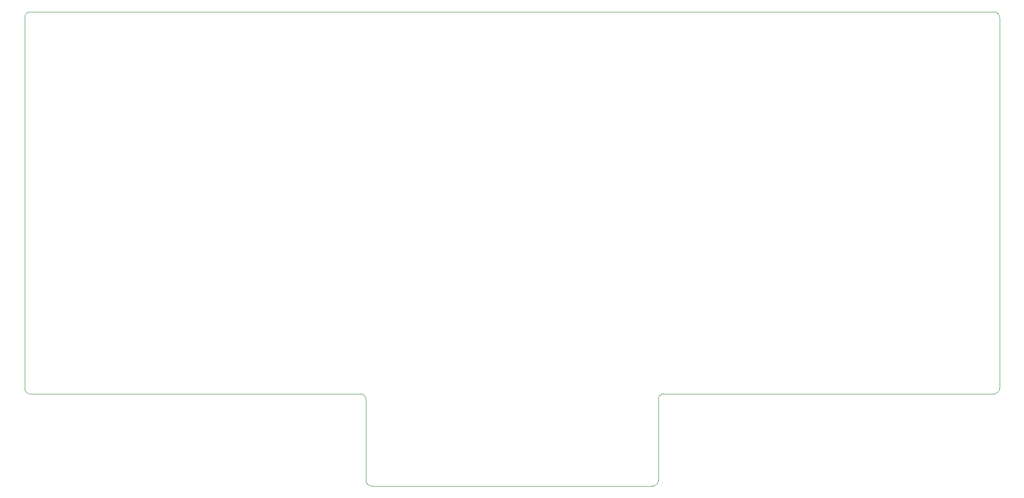
<source format=gm1>
G04 #@! TF.GenerationSoftware,KiCad,Pcbnew,(7.0.0)*
G04 #@! TF.CreationDate,2023-03-07T23:42:06+01:00*
G04 #@! TF.ProjectId,mqz_board,6d717a5f-626f-4617-9264-2e6b69636164,rev?*
G04 #@! TF.SameCoordinates,Original*
G04 #@! TF.FileFunction,Profile,NP*
%FSLAX46Y46*%
G04 Gerber Fmt 4.6, Leading zero omitted, Abs format (unit mm)*
G04 Created by KiCad (PCBNEW (7.0.0)) date 2023-03-07 23:42:06*
%MOMM*%
%LPD*%
G01*
G04 APERTURE LIST*
G04 #@! TA.AperFunction,Profile*
%ADD10C,0.100000*%
G04 #@! TD*
G04 APERTURE END LIST*
D10*
X243000000Y-56000000D02*
X243000000Y-124500000D01*
X64000000Y-55000000D02*
G75*
G03*
X63000000Y-56000000I0J-1000000D01*
G01*
X242000000Y-125500000D02*
X181000000Y-125500000D01*
X179000000Y-142500000D02*
G75*
G03*
X180000000Y-141500000I0J1000000D01*
G01*
X126000000Y-126500000D02*
G75*
G03*
X125000000Y-125500000I-1000000J0D01*
G01*
X180000000Y-126500000D02*
X180000000Y-141500000D01*
X64000000Y-125500000D02*
X125000000Y-125500000D01*
X126000000Y-141500000D02*
X126000000Y-126500000D01*
X181000000Y-125500000D02*
G75*
G03*
X180000000Y-126500000I0J-1000000D01*
G01*
X179000000Y-142500000D02*
X127000000Y-142500000D01*
X63000000Y-124500000D02*
G75*
G03*
X64000000Y-125500000I1000000J0D01*
G01*
X243000000Y-56000000D02*
G75*
G03*
X242000000Y-55000000I-1000000J0D01*
G01*
X64000000Y-55000000D02*
X242000000Y-55000000D01*
X63000000Y-124500000D02*
X63000000Y-56000000D01*
X126000000Y-141500000D02*
G75*
G03*
X127000000Y-142500000I1000000J0D01*
G01*
X242000000Y-125500000D02*
G75*
G03*
X243000000Y-124500000I0J1000000D01*
G01*
M02*

</source>
